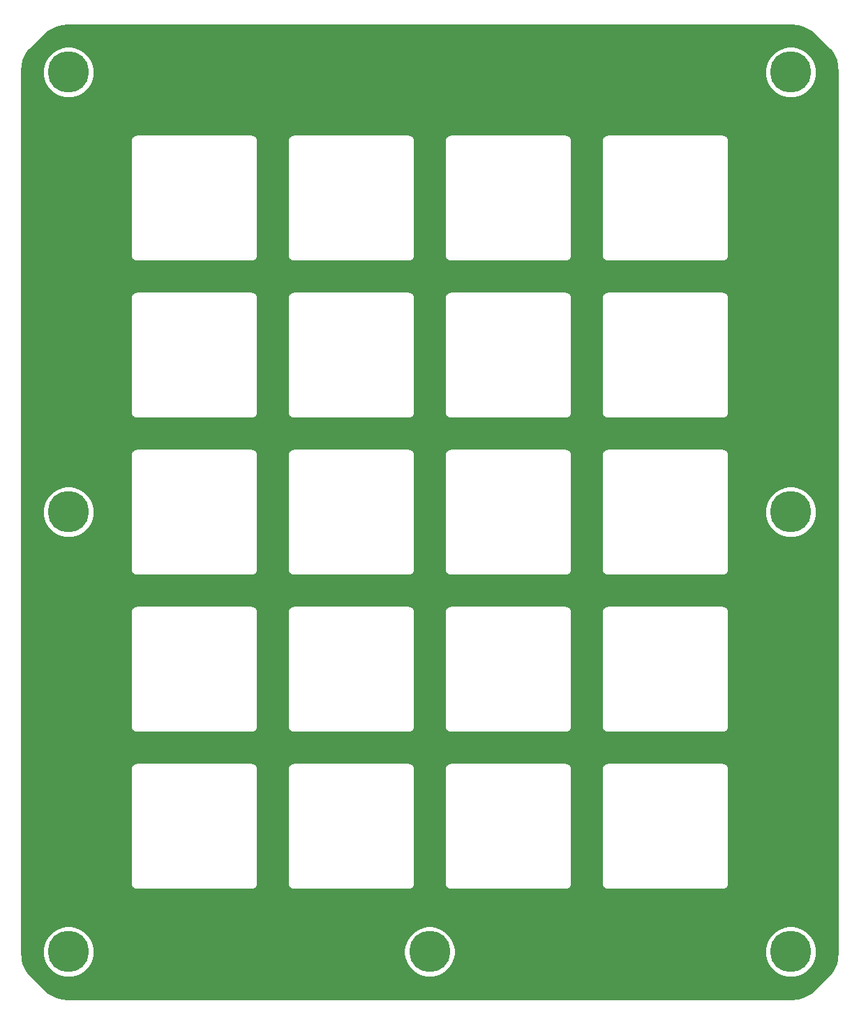
<source format=gbr>
G04 #@! TF.GenerationSoftware,KiCad,Pcbnew,(5.1.5)-3*
G04 #@! TF.CreationDate,2020-07-25T17:48:00-04:00*
G04 #@! TF.ProjectId,top-plate,746f702d-706c-4617-9465-2e6b69636164,rev?*
G04 #@! TF.SameCoordinates,Original*
G04 #@! TF.FileFunction,Copper,L1,Top*
G04 #@! TF.FilePolarity,Positive*
%FSLAX46Y46*%
G04 Gerber Fmt 4.6, Leading zero omitted, Abs format (unit mm)*
G04 Created by KiCad (PCBNEW (5.1.5)-3) date 2020-07-25 17:48:00*
%MOMM*%
%LPD*%
G04 APERTURE LIST*
%ADD10C,5.000000*%
%ADD11C,0.254000*%
G04 APERTURE END LIST*
D10*
X149225000Y-149860000D03*
X193040000Y-96520000D03*
X105410000Y-96520000D03*
X105410000Y-149860000D03*
X105410000Y-43180000D03*
X193040000Y-43180000D03*
X193040000Y-149860000D03*
D11*
G36*
X193929791Y-37562068D02*
G01*
X194488356Y-37696168D01*
X195504768Y-38204374D01*
X198015626Y-40715232D01*
X198523831Y-41731643D01*
X198657931Y-42290207D01*
X198730001Y-43205939D01*
X198730000Y-149834074D01*
X198657931Y-150749793D01*
X198523831Y-151308357D01*
X198015626Y-152324768D01*
X195504768Y-154835626D01*
X194488356Y-155343832D01*
X193929791Y-155477932D01*
X193014074Y-155550000D01*
X105435926Y-155550000D01*
X104520207Y-155477931D01*
X103961643Y-155343831D01*
X102945232Y-154835626D01*
X100434374Y-152324768D01*
X99926168Y-151308356D01*
X99792068Y-150749791D01*
X99720000Y-149834074D01*
X99720000Y-149551229D01*
X102275000Y-149551229D01*
X102275000Y-150168771D01*
X102395476Y-150774446D01*
X102631799Y-151344979D01*
X102974886Y-151858446D01*
X103411554Y-152295114D01*
X103925021Y-152638201D01*
X104495554Y-152874524D01*
X105101229Y-152995000D01*
X105718771Y-152995000D01*
X106324446Y-152874524D01*
X106894979Y-152638201D01*
X107408446Y-152295114D01*
X107845114Y-151858446D01*
X108188201Y-151344979D01*
X108424524Y-150774446D01*
X108545000Y-150168771D01*
X108545000Y-149551229D01*
X146090000Y-149551229D01*
X146090000Y-150168771D01*
X146210476Y-150774446D01*
X146446799Y-151344979D01*
X146789886Y-151858446D01*
X147226554Y-152295114D01*
X147740021Y-152638201D01*
X148310554Y-152874524D01*
X148916229Y-152995000D01*
X149533771Y-152995000D01*
X150139446Y-152874524D01*
X150709979Y-152638201D01*
X151223446Y-152295114D01*
X151660114Y-151858446D01*
X152003201Y-151344979D01*
X152239524Y-150774446D01*
X152360000Y-150168771D01*
X152360000Y-149551229D01*
X189905000Y-149551229D01*
X189905000Y-150168771D01*
X190025476Y-150774446D01*
X190261799Y-151344979D01*
X190604886Y-151858446D01*
X191041554Y-152295114D01*
X191555021Y-152638201D01*
X192125554Y-152874524D01*
X192731229Y-152995000D01*
X193348771Y-152995000D01*
X193954446Y-152874524D01*
X194524979Y-152638201D01*
X195038446Y-152295114D01*
X195475114Y-151858446D01*
X195818201Y-151344979D01*
X196054524Y-150774446D01*
X196175000Y-150168771D01*
X196175000Y-149551229D01*
X196054524Y-148945554D01*
X195818201Y-148375021D01*
X195475114Y-147861554D01*
X195038446Y-147424886D01*
X194524979Y-147081799D01*
X193954446Y-146845476D01*
X193348771Y-146725000D01*
X192731229Y-146725000D01*
X192125554Y-146845476D01*
X191555021Y-147081799D01*
X191041554Y-147424886D01*
X190604886Y-147861554D01*
X190261799Y-148375021D01*
X190025476Y-148945554D01*
X189905000Y-149551229D01*
X152360000Y-149551229D01*
X152239524Y-148945554D01*
X152003201Y-148375021D01*
X151660114Y-147861554D01*
X151223446Y-147424886D01*
X150709979Y-147081799D01*
X150139446Y-146845476D01*
X149533771Y-146725000D01*
X148916229Y-146725000D01*
X148310554Y-146845476D01*
X147740021Y-147081799D01*
X147226554Y-147424886D01*
X146789886Y-147861554D01*
X146446799Y-148375021D01*
X146210476Y-148945554D01*
X146090000Y-149551229D01*
X108545000Y-149551229D01*
X108424524Y-148945554D01*
X108188201Y-148375021D01*
X107845114Y-147861554D01*
X107408446Y-147424886D01*
X106894979Y-147081799D01*
X106324446Y-146845476D01*
X105718771Y-146725000D01*
X105101229Y-146725000D01*
X104495554Y-146845476D01*
X103925021Y-147081799D01*
X103411554Y-147424886D01*
X102974886Y-147861554D01*
X102631799Y-148375021D01*
X102395476Y-148945554D01*
X102275000Y-149551229D01*
X99720000Y-149551229D01*
X99720000Y-127620000D01*
X112951638Y-127620000D01*
X112955000Y-127654135D01*
X112955001Y-141585855D01*
X112951638Y-141620000D01*
X112965057Y-141756244D01*
X113004798Y-141887252D01*
X113069333Y-142007989D01*
X113156183Y-142113817D01*
X113262011Y-142200667D01*
X113382748Y-142265202D01*
X113513756Y-142304943D01*
X113615865Y-142315000D01*
X113615866Y-142315000D01*
X113650000Y-142318362D01*
X113684135Y-142315000D01*
X127615865Y-142315000D01*
X127650000Y-142318362D01*
X127684134Y-142315000D01*
X127684135Y-142315000D01*
X127786244Y-142304943D01*
X127917252Y-142265202D01*
X128037989Y-142200667D01*
X128143817Y-142113817D01*
X128230667Y-142007989D01*
X128295202Y-141887252D01*
X128334943Y-141756244D01*
X128348362Y-141620000D01*
X128345000Y-141585865D01*
X128345000Y-127654135D01*
X128348362Y-127620000D01*
X132001638Y-127620000D01*
X132005000Y-127654135D01*
X132005001Y-141585855D01*
X132001638Y-141620000D01*
X132015057Y-141756244D01*
X132054798Y-141887252D01*
X132119333Y-142007989D01*
X132206183Y-142113817D01*
X132312011Y-142200667D01*
X132432748Y-142265202D01*
X132563756Y-142304943D01*
X132665865Y-142315000D01*
X132665866Y-142315000D01*
X132700000Y-142318362D01*
X132734135Y-142315000D01*
X146665865Y-142315000D01*
X146700000Y-142318362D01*
X146734134Y-142315000D01*
X146734135Y-142315000D01*
X146836244Y-142304943D01*
X146967252Y-142265202D01*
X147087989Y-142200667D01*
X147193817Y-142113817D01*
X147280667Y-142007989D01*
X147345202Y-141887252D01*
X147384943Y-141756244D01*
X147398362Y-141620000D01*
X147395000Y-141585865D01*
X147395000Y-127654135D01*
X147398362Y-127620000D01*
X151051638Y-127620000D01*
X151055000Y-127654135D01*
X151055001Y-141585855D01*
X151051638Y-141620000D01*
X151065057Y-141756244D01*
X151104798Y-141887252D01*
X151169333Y-142007989D01*
X151256183Y-142113817D01*
X151362011Y-142200667D01*
X151482748Y-142265202D01*
X151613756Y-142304943D01*
X151715865Y-142315000D01*
X151715866Y-142315000D01*
X151750000Y-142318362D01*
X151784135Y-142315000D01*
X165715865Y-142315000D01*
X165750000Y-142318362D01*
X165784134Y-142315000D01*
X165784135Y-142315000D01*
X165886244Y-142304943D01*
X166017252Y-142265202D01*
X166137989Y-142200667D01*
X166243817Y-142113817D01*
X166330667Y-142007989D01*
X166395202Y-141887252D01*
X166434943Y-141756244D01*
X166448362Y-141620000D01*
X166445000Y-141585865D01*
X166445000Y-127654135D01*
X166448362Y-127620000D01*
X170101638Y-127620000D01*
X170105000Y-127654135D01*
X170105001Y-141585855D01*
X170101638Y-141620000D01*
X170115057Y-141756244D01*
X170154798Y-141887252D01*
X170219333Y-142007989D01*
X170306183Y-142113817D01*
X170412011Y-142200667D01*
X170532748Y-142265202D01*
X170663756Y-142304943D01*
X170765865Y-142315000D01*
X170765866Y-142315000D01*
X170800000Y-142318362D01*
X170834135Y-142315000D01*
X184765865Y-142315000D01*
X184800000Y-142318362D01*
X184834134Y-142315000D01*
X184834135Y-142315000D01*
X184936244Y-142304943D01*
X185067252Y-142265202D01*
X185187989Y-142200667D01*
X185293817Y-142113817D01*
X185380667Y-142007989D01*
X185445202Y-141887252D01*
X185484943Y-141756244D01*
X185498362Y-141620000D01*
X185495000Y-141585865D01*
X185495000Y-127654135D01*
X185498362Y-127620000D01*
X185484943Y-127483756D01*
X185445202Y-127352748D01*
X185380667Y-127232011D01*
X185293817Y-127126183D01*
X185187989Y-127039333D01*
X185067252Y-126974798D01*
X184936244Y-126935057D01*
X184834135Y-126925000D01*
X184800000Y-126921638D01*
X184765866Y-126925000D01*
X170834134Y-126925000D01*
X170800000Y-126921638D01*
X170765865Y-126925000D01*
X170663756Y-126935057D01*
X170532748Y-126974798D01*
X170412011Y-127039333D01*
X170306183Y-127126183D01*
X170219333Y-127232011D01*
X170154798Y-127352748D01*
X170115057Y-127483756D01*
X170101638Y-127620000D01*
X166448362Y-127620000D01*
X166434943Y-127483756D01*
X166395202Y-127352748D01*
X166330667Y-127232011D01*
X166243817Y-127126183D01*
X166137989Y-127039333D01*
X166017252Y-126974798D01*
X165886244Y-126935057D01*
X165784135Y-126925000D01*
X165750000Y-126921638D01*
X165715866Y-126925000D01*
X151784134Y-126925000D01*
X151750000Y-126921638D01*
X151715865Y-126925000D01*
X151613756Y-126935057D01*
X151482748Y-126974798D01*
X151362011Y-127039333D01*
X151256183Y-127126183D01*
X151169333Y-127232011D01*
X151104798Y-127352748D01*
X151065057Y-127483756D01*
X151051638Y-127620000D01*
X147398362Y-127620000D01*
X147384943Y-127483756D01*
X147345202Y-127352748D01*
X147280667Y-127232011D01*
X147193817Y-127126183D01*
X147087989Y-127039333D01*
X146967252Y-126974798D01*
X146836244Y-126935057D01*
X146734135Y-126925000D01*
X146700000Y-126921638D01*
X146665866Y-126925000D01*
X132734134Y-126925000D01*
X132700000Y-126921638D01*
X132665865Y-126925000D01*
X132563756Y-126935057D01*
X132432748Y-126974798D01*
X132312011Y-127039333D01*
X132206183Y-127126183D01*
X132119333Y-127232011D01*
X132054798Y-127352748D01*
X132015057Y-127483756D01*
X132001638Y-127620000D01*
X128348362Y-127620000D01*
X128334943Y-127483756D01*
X128295202Y-127352748D01*
X128230667Y-127232011D01*
X128143817Y-127126183D01*
X128037989Y-127039333D01*
X127917252Y-126974798D01*
X127786244Y-126935057D01*
X127684135Y-126925000D01*
X127650000Y-126921638D01*
X127615866Y-126925000D01*
X113684134Y-126925000D01*
X113650000Y-126921638D01*
X113615865Y-126925000D01*
X113513756Y-126935057D01*
X113382748Y-126974798D01*
X113262011Y-127039333D01*
X113156183Y-127126183D01*
X113069333Y-127232011D01*
X113004798Y-127352748D01*
X112965057Y-127483756D01*
X112951638Y-127620000D01*
X99720000Y-127620000D01*
X99720000Y-108570000D01*
X112951638Y-108570000D01*
X112955000Y-108604135D01*
X112955001Y-122535855D01*
X112951638Y-122570000D01*
X112965057Y-122706244D01*
X113004798Y-122837252D01*
X113069333Y-122957989D01*
X113156183Y-123063817D01*
X113262011Y-123150667D01*
X113382748Y-123215202D01*
X113513756Y-123254943D01*
X113615865Y-123265000D01*
X113615866Y-123265000D01*
X113650000Y-123268362D01*
X113684135Y-123265000D01*
X127615865Y-123265000D01*
X127650000Y-123268362D01*
X127684134Y-123265000D01*
X127684135Y-123265000D01*
X127786244Y-123254943D01*
X127917252Y-123215202D01*
X128037989Y-123150667D01*
X128143817Y-123063817D01*
X128230667Y-122957989D01*
X128295202Y-122837252D01*
X128334943Y-122706244D01*
X128348362Y-122570000D01*
X128345000Y-122535865D01*
X128345000Y-108604135D01*
X128348362Y-108570000D01*
X132001638Y-108570000D01*
X132005000Y-108604135D01*
X132005001Y-122535855D01*
X132001638Y-122570000D01*
X132015057Y-122706244D01*
X132054798Y-122837252D01*
X132119333Y-122957989D01*
X132206183Y-123063817D01*
X132312011Y-123150667D01*
X132432748Y-123215202D01*
X132563756Y-123254943D01*
X132665865Y-123265000D01*
X132665866Y-123265000D01*
X132700000Y-123268362D01*
X132734135Y-123265000D01*
X146665865Y-123265000D01*
X146700000Y-123268362D01*
X146734134Y-123265000D01*
X146734135Y-123265000D01*
X146836244Y-123254943D01*
X146967252Y-123215202D01*
X147087989Y-123150667D01*
X147193817Y-123063817D01*
X147280667Y-122957989D01*
X147345202Y-122837252D01*
X147384943Y-122706244D01*
X147398362Y-122570000D01*
X147395000Y-122535865D01*
X147395000Y-108604135D01*
X147398362Y-108570000D01*
X151051638Y-108570000D01*
X151055000Y-108604135D01*
X151055001Y-122535855D01*
X151051638Y-122570000D01*
X151065057Y-122706244D01*
X151104798Y-122837252D01*
X151169333Y-122957989D01*
X151256183Y-123063817D01*
X151362011Y-123150667D01*
X151482748Y-123215202D01*
X151613756Y-123254943D01*
X151715865Y-123265000D01*
X151715866Y-123265000D01*
X151750000Y-123268362D01*
X151784135Y-123265000D01*
X165715865Y-123265000D01*
X165750000Y-123268362D01*
X165784134Y-123265000D01*
X165784135Y-123265000D01*
X165886244Y-123254943D01*
X166017252Y-123215202D01*
X166137989Y-123150667D01*
X166243817Y-123063817D01*
X166330667Y-122957989D01*
X166395202Y-122837252D01*
X166434943Y-122706244D01*
X166448362Y-122570000D01*
X166445000Y-122535865D01*
X166445000Y-108604135D01*
X166448362Y-108570000D01*
X170101638Y-108570000D01*
X170105000Y-108604135D01*
X170105001Y-122535855D01*
X170101638Y-122570000D01*
X170115057Y-122706244D01*
X170154798Y-122837252D01*
X170219333Y-122957989D01*
X170306183Y-123063817D01*
X170412011Y-123150667D01*
X170532748Y-123215202D01*
X170663756Y-123254943D01*
X170765865Y-123265000D01*
X170765866Y-123265000D01*
X170800000Y-123268362D01*
X170834135Y-123265000D01*
X184765865Y-123265000D01*
X184800000Y-123268362D01*
X184834134Y-123265000D01*
X184834135Y-123265000D01*
X184936244Y-123254943D01*
X185067252Y-123215202D01*
X185187989Y-123150667D01*
X185293817Y-123063817D01*
X185380667Y-122957989D01*
X185445202Y-122837252D01*
X185484943Y-122706244D01*
X185498362Y-122570000D01*
X185495000Y-122535865D01*
X185495000Y-108604135D01*
X185498362Y-108570000D01*
X185484943Y-108433756D01*
X185445202Y-108302748D01*
X185380667Y-108182011D01*
X185293817Y-108076183D01*
X185187989Y-107989333D01*
X185067252Y-107924798D01*
X184936244Y-107885057D01*
X184834135Y-107875000D01*
X184800000Y-107871638D01*
X184765866Y-107875000D01*
X170834134Y-107875000D01*
X170800000Y-107871638D01*
X170765865Y-107875000D01*
X170663756Y-107885057D01*
X170532748Y-107924798D01*
X170412011Y-107989333D01*
X170306183Y-108076183D01*
X170219333Y-108182011D01*
X170154798Y-108302748D01*
X170115057Y-108433756D01*
X170101638Y-108570000D01*
X166448362Y-108570000D01*
X166434943Y-108433756D01*
X166395202Y-108302748D01*
X166330667Y-108182011D01*
X166243817Y-108076183D01*
X166137989Y-107989333D01*
X166017252Y-107924798D01*
X165886244Y-107885057D01*
X165784135Y-107875000D01*
X165750000Y-107871638D01*
X165715866Y-107875000D01*
X151784134Y-107875000D01*
X151750000Y-107871638D01*
X151715865Y-107875000D01*
X151613756Y-107885057D01*
X151482748Y-107924798D01*
X151362011Y-107989333D01*
X151256183Y-108076183D01*
X151169333Y-108182011D01*
X151104798Y-108302748D01*
X151065057Y-108433756D01*
X151051638Y-108570000D01*
X147398362Y-108570000D01*
X147384943Y-108433756D01*
X147345202Y-108302748D01*
X147280667Y-108182011D01*
X147193817Y-108076183D01*
X147087989Y-107989333D01*
X146967252Y-107924798D01*
X146836244Y-107885057D01*
X146734135Y-107875000D01*
X146700000Y-107871638D01*
X146665866Y-107875000D01*
X132734134Y-107875000D01*
X132700000Y-107871638D01*
X132665865Y-107875000D01*
X132563756Y-107885057D01*
X132432748Y-107924798D01*
X132312011Y-107989333D01*
X132206183Y-108076183D01*
X132119333Y-108182011D01*
X132054798Y-108302748D01*
X132015057Y-108433756D01*
X132001638Y-108570000D01*
X128348362Y-108570000D01*
X128334943Y-108433756D01*
X128295202Y-108302748D01*
X128230667Y-108182011D01*
X128143817Y-108076183D01*
X128037989Y-107989333D01*
X127917252Y-107924798D01*
X127786244Y-107885057D01*
X127684135Y-107875000D01*
X127650000Y-107871638D01*
X127615866Y-107875000D01*
X113684134Y-107875000D01*
X113650000Y-107871638D01*
X113615865Y-107875000D01*
X113513756Y-107885057D01*
X113382748Y-107924798D01*
X113262011Y-107989333D01*
X113156183Y-108076183D01*
X113069333Y-108182011D01*
X113004798Y-108302748D01*
X112965057Y-108433756D01*
X112951638Y-108570000D01*
X99720000Y-108570000D01*
X99720000Y-96211229D01*
X102275000Y-96211229D01*
X102275000Y-96828771D01*
X102395476Y-97434446D01*
X102631799Y-98004979D01*
X102974886Y-98518446D01*
X103411554Y-98955114D01*
X103925021Y-99298201D01*
X104495554Y-99534524D01*
X105101229Y-99655000D01*
X105718771Y-99655000D01*
X106324446Y-99534524D01*
X106894979Y-99298201D01*
X107408446Y-98955114D01*
X107845114Y-98518446D01*
X108188201Y-98004979D01*
X108424524Y-97434446D01*
X108545000Y-96828771D01*
X108545000Y-96211229D01*
X108424524Y-95605554D01*
X108188201Y-95035021D01*
X107845114Y-94521554D01*
X107408446Y-94084886D01*
X106894979Y-93741799D01*
X106324446Y-93505476D01*
X105718771Y-93385000D01*
X105101229Y-93385000D01*
X104495554Y-93505476D01*
X103925021Y-93741799D01*
X103411554Y-94084886D01*
X102974886Y-94521554D01*
X102631799Y-95035021D01*
X102395476Y-95605554D01*
X102275000Y-96211229D01*
X99720000Y-96211229D01*
X99720000Y-89520000D01*
X112951638Y-89520000D01*
X112955000Y-89554135D01*
X112955001Y-103485855D01*
X112951638Y-103520000D01*
X112965057Y-103656244D01*
X113004798Y-103787252D01*
X113069333Y-103907989D01*
X113156183Y-104013817D01*
X113262011Y-104100667D01*
X113382748Y-104165202D01*
X113513756Y-104204943D01*
X113615865Y-104215000D01*
X113615866Y-104215000D01*
X113650000Y-104218362D01*
X113684135Y-104215000D01*
X127615865Y-104215000D01*
X127650000Y-104218362D01*
X127684134Y-104215000D01*
X127684135Y-104215000D01*
X127786244Y-104204943D01*
X127917252Y-104165202D01*
X128037989Y-104100667D01*
X128143817Y-104013817D01*
X128230667Y-103907989D01*
X128295202Y-103787252D01*
X128334943Y-103656244D01*
X128348362Y-103520000D01*
X128345000Y-103485865D01*
X128345000Y-89554135D01*
X128348362Y-89520000D01*
X132001638Y-89520000D01*
X132005000Y-89554135D01*
X132005001Y-103485855D01*
X132001638Y-103520000D01*
X132015057Y-103656244D01*
X132054798Y-103787252D01*
X132119333Y-103907989D01*
X132206183Y-104013817D01*
X132312011Y-104100667D01*
X132432748Y-104165202D01*
X132563756Y-104204943D01*
X132665865Y-104215000D01*
X132665866Y-104215000D01*
X132700000Y-104218362D01*
X132734135Y-104215000D01*
X146665865Y-104215000D01*
X146700000Y-104218362D01*
X146734134Y-104215000D01*
X146734135Y-104215000D01*
X146836244Y-104204943D01*
X146967252Y-104165202D01*
X147087989Y-104100667D01*
X147193817Y-104013817D01*
X147280667Y-103907989D01*
X147345202Y-103787252D01*
X147384943Y-103656244D01*
X147398362Y-103520000D01*
X147395000Y-103485865D01*
X147395000Y-89554135D01*
X147398362Y-89520000D01*
X151051638Y-89520000D01*
X151055000Y-89554135D01*
X151055001Y-103485855D01*
X151051638Y-103520000D01*
X151065057Y-103656244D01*
X151104798Y-103787252D01*
X151169333Y-103907989D01*
X151256183Y-104013817D01*
X151362011Y-104100667D01*
X151482748Y-104165202D01*
X151613756Y-104204943D01*
X151715865Y-104215000D01*
X151715866Y-104215000D01*
X151750000Y-104218362D01*
X151784135Y-104215000D01*
X165715865Y-104215000D01*
X165750000Y-104218362D01*
X165784134Y-104215000D01*
X165784135Y-104215000D01*
X165886244Y-104204943D01*
X166017252Y-104165202D01*
X166137989Y-104100667D01*
X166243817Y-104013817D01*
X166330667Y-103907989D01*
X166395202Y-103787252D01*
X166434943Y-103656244D01*
X166448362Y-103520000D01*
X166445000Y-103485865D01*
X166445000Y-89554135D01*
X166448362Y-89520000D01*
X170101638Y-89520000D01*
X170105000Y-89554135D01*
X170105001Y-103485855D01*
X170101638Y-103520000D01*
X170115057Y-103656244D01*
X170154798Y-103787252D01*
X170219333Y-103907989D01*
X170306183Y-104013817D01*
X170412011Y-104100667D01*
X170532748Y-104165202D01*
X170663756Y-104204943D01*
X170765865Y-104215000D01*
X170765866Y-104215000D01*
X170800000Y-104218362D01*
X170834135Y-104215000D01*
X184765865Y-104215000D01*
X184800000Y-104218362D01*
X184834134Y-104215000D01*
X184834135Y-104215000D01*
X184936244Y-104204943D01*
X185067252Y-104165202D01*
X185187989Y-104100667D01*
X185293817Y-104013817D01*
X185380667Y-103907989D01*
X185445202Y-103787252D01*
X185484943Y-103656244D01*
X185498362Y-103520000D01*
X185495000Y-103485865D01*
X185495000Y-96211229D01*
X189905000Y-96211229D01*
X189905000Y-96828771D01*
X190025476Y-97434446D01*
X190261799Y-98004979D01*
X190604886Y-98518446D01*
X191041554Y-98955114D01*
X191555021Y-99298201D01*
X192125554Y-99534524D01*
X192731229Y-99655000D01*
X193348771Y-99655000D01*
X193954446Y-99534524D01*
X194524979Y-99298201D01*
X195038446Y-98955114D01*
X195475114Y-98518446D01*
X195818201Y-98004979D01*
X196054524Y-97434446D01*
X196175000Y-96828771D01*
X196175000Y-96211229D01*
X196054524Y-95605554D01*
X195818201Y-95035021D01*
X195475114Y-94521554D01*
X195038446Y-94084886D01*
X194524979Y-93741799D01*
X193954446Y-93505476D01*
X193348771Y-93385000D01*
X192731229Y-93385000D01*
X192125554Y-93505476D01*
X191555021Y-93741799D01*
X191041554Y-94084886D01*
X190604886Y-94521554D01*
X190261799Y-95035021D01*
X190025476Y-95605554D01*
X189905000Y-96211229D01*
X185495000Y-96211229D01*
X185495000Y-89554135D01*
X185498362Y-89520000D01*
X185484943Y-89383756D01*
X185445202Y-89252748D01*
X185380667Y-89132011D01*
X185293817Y-89026183D01*
X185187989Y-88939333D01*
X185067252Y-88874798D01*
X184936244Y-88835057D01*
X184834135Y-88825000D01*
X184800000Y-88821638D01*
X184765866Y-88825000D01*
X170834134Y-88825000D01*
X170800000Y-88821638D01*
X170765865Y-88825000D01*
X170663756Y-88835057D01*
X170532748Y-88874798D01*
X170412011Y-88939333D01*
X170306183Y-89026183D01*
X170219333Y-89132011D01*
X170154798Y-89252748D01*
X170115057Y-89383756D01*
X170101638Y-89520000D01*
X166448362Y-89520000D01*
X166434943Y-89383756D01*
X166395202Y-89252748D01*
X166330667Y-89132011D01*
X166243817Y-89026183D01*
X166137989Y-88939333D01*
X166017252Y-88874798D01*
X165886244Y-88835057D01*
X165784135Y-88825000D01*
X165750000Y-88821638D01*
X165715866Y-88825000D01*
X151784134Y-88825000D01*
X151750000Y-88821638D01*
X151715865Y-88825000D01*
X151613756Y-88835057D01*
X151482748Y-88874798D01*
X151362011Y-88939333D01*
X151256183Y-89026183D01*
X151169333Y-89132011D01*
X151104798Y-89252748D01*
X151065057Y-89383756D01*
X151051638Y-89520000D01*
X147398362Y-89520000D01*
X147384943Y-89383756D01*
X147345202Y-89252748D01*
X147280667Y-89132011D01*
X147193817Y-89026183D01*
X147087989Y-88939333D01*
X146967252Y-88874798D01*
X146836244Y-88835057D01*
X146734135Y-88825000D01*
X146700000Y-88821638D01*
X146665866Y-88825000D01*
X132734134Y-88825000D01*
X132700000Y-88821638D01*
X132665865Y-88825000D01*
X132563756Y-88835057D01*
X132432748Y-88874798D01*
X132312011Y-88939333D01*
X132206183Y-89026183D01*
X132119333Y-89132011D01*
X132054798Y-89252748D01*
X132015057Y-89383756D01*
X132001638Y-89520000D01*
X128348362Y-89520000D01*
X128334943Y-89383756D01*
X128295202Y-89252748D01*
X128230667Y-89132011D01*
X128143817Y-89026183D01*
X128037989Y-88939333D01*
X127917252Y-88874798D01*
X127786244Y-88835057D01*
X127684135Y-88825000D01*
X127650000Y-88821638D01*
X127615866Y-88825000D01*
X113684134Y-88825000D01*
X113650000Y-88821638D01*
X113615865Y-88825000D01*
X113513756Y-88835057D01*
X113382748Y-88874798D01*
X113262011Y-88939333D01*
X113156183Y-89026183D01*
X113069333Y-89132011D01*
X113004798Y-89252748D01*
X112965057Y-89383756D01*
X112951638Y-89520000D01*
X99720000Y-89520000D01*
X99720000Y-70470000D01*
X112951638Y-70470000D01*
X112955000Y-70504135D01*
X112955001Y-84435855D01*
X112951638Y-84470000D01*
X112965057Y-84606244D01*
X113004798Y-84737252D01*
X113069333Y-84857989D01*
X113156183Y-84963817D01*
X113262011Y-85050667D01*
X113382748Y-85115202D01*
X113513756Y-85154943D01*
X113615865Y-85165000D01*
X113615866Y-85165000D01*
X113650000Y-85168362D01*
X113684135Y-85165000D01*
X127615865Y-85165000D01*
X127650000Y-85168362D01*
X127684134Y-85165000D01*
X127684135Y-85165000D01*
X127786244Y-85154943D01*
X127917252Y-85115202D01*
X128037989Y-85050667D01*
X128143817Y-84963817D01*
X128230667Y-84857989D01*
X128295202Y-84737252D01*
X128334943Y-84606244D01*
X128348362Y-84470000D01*
X128345000Y-84435865D01*
X128345000Y-70504135D01*
X128348362Y-70470000D01*
X132001638Y-70470000D01*
X132005000Y-70504135D01*
X132005001Y-84435855D01*
X132001638Y-84470000D01*
X132015057Y-84606244D01*
X132054798Y-84737252D01*
X132119333Y-84857989D01*
X132206183Y-84963817D01*
X132312011Y-85050667D01*
X132432748Y-85115202D01*
X132563756Y-85154943D01*
X132665865Y-85165000D01*
X132665866Y-85165000D01*
X132700000Y-85168362D01*
X132734135Y-85165000D01*
X146665865Y-85165000D01*
X146700000Y-85168362D01*
X146734134Y-85165000D01*
X146734135Y-85165000D01*
X146836244Y-85154943D01*
X146967252Y-85115202D01*
X147087989Y-85050667D01*
X147193817Y-84963817D01*
X147280667Y-84857989D01*
X147345202Y-84737252D01*
X147384943Y-84606244D01*
X147398362Y-84470000D01*
X147395000Y-84435865D01*
X147395000Y-70504135D01*
X147398362Y-70470000D01*
X151051638Y-70470000D01*
X151055000Y-70504135D01*
X151055001Y-84435855D01*
X151051638Y-84470000D01*
X151065057Y-84606244D01*
X151104798Y-84737252D01*
X151169333Y-84857989D01*
X151256183Y-84963817D01*
X151362011Y-85050667D01*
X151482748Y-85115202D01*
X151613756Y-85154943D01*
X151715865Y-85165000D01*
X151715866Y-85165000D01*
X151750000Y-85168362D01*
X151784135Y-85165000D01*
X165715865Y-85165000D01*
X165750000Y-85168362D01*
X165784134Y-85165000D01*
X165784135Y-85165000D01*
X165886244Y-85154943D01*
X166017252Y-85115202D01*
X166137989Y-85050667D01*
X166243817Y-84963817D01*
X166330667Y-84857989D01*
X166395202Y-84737252D01*
X166434943Y-84606244D01*
X166448362Y-84470000D01*
X166445000Y-84435865D01*
X166445000Y-70504135D01*
X166448362Y-70470000D01*
X170101638Y-70470000D01*
X170105000Y-70504135D01*
X170105001Y-84435855D01*
X170101638Y-84470000D01*
X170115057Y-84606244D01*
X170154798Y-84737252D01*
X170219333Y-84857989D01*
X170306183Y-84963817D01*
X170412011Y-85050667D01*
X170532748Y-85115202D01*
X170663756Y-85154943D01*
X170765865Y-85165000D01*
X170765866Y-85165000D01*
X170800000Y-85168362D01*
X170834135Y-85165000D01*
X184765865Y-85165000D01*
X184800000Y-85168362D01*
X184834134Y-85165000D01*
X184834135Y-85165000D01*
X184936244Y-85154943D01*
X185067252Y-85115202D01*
X185187989Y-85050667D01*
X185293817Y-84963817D01*
X185380667Y-84857989D01*
X185445202Y-84737252D01*
X185484943Y-84606244D01*
X185498362Y-84470000D01*
X185495000Y-84435865D01*
X185495000Y-70504135D01*
X185498362Y-70470000D01*
X185484943Y-70333756D01*
X185445202Y-70202748D01*
X185380667Y-70082011D01*
X185293817Y-69976183D01*
X185187989Y-69889333D01*
X185067252Y-69824798D01*
X184936244Y-69785057D01*
X184834135Y-69775000D01*
X184800000Y-69771638D01*
X184765866Y-69775000D01*
X170834134Y-69775000D01*
X170800000Y-69771638D01*
X170765865Y-69775000D01*
X170663756Y-69785057D01*
X170532748Y-69824798D01*
X170412011Y-69889333D01*
X170306183Y-69976183D01*
X170219333Y-70082011D01*
X170154798Y-70202748D01*
X170115057Y-70333756D01*
X170101638Y-70470000D01*
X166448362Y-70470000D01*
X166434943Y-70333756D01*
X166395202Y-70202748D01*
X166330667Y-70082011D01*
X166243817Y-69976183D01*
X166137989Y-69889333D01*
X166017252Y-69824798D01*
X165886244Y-69785057D01*
X165784135Y-69775000D01*
X165750000Y-69771638D01*
X165715866Y-69775000D01*
X151784134Y-69775000D01*
X151750000Y-69771638D01*
X151715865Y-69775000D01*
X151613756Y-69785057D01*
X151482748Y-69824798D01*
X151362011Y-69889333D01*
X151256183Y-69976183D01*
X151169333Y-70082011D01*
X151104798Y-70202748D01*
X151065057Y-70333756D01*
X151051638Y-70470000D01*
X147398362Y-70470000D01*
X147384943Y-70333756D01*
X147345202Y-70202748D01*
X147280667Y-70082011D01*
X147193817Y-69976183D01*
X147087989Y-69889333D01*
X146967252Y-69824798D01*
X146836244Y-69785057D01*
X146734135Y-69775000D01*
X146700000Y-69771638D01*
X146665866Y-69775000D01*
X132734134Y-69775000D01*
X132700000Y-69771638D01*
X132665865Y-69775000D01*
X132563756Y-69785057D01*
X132432748Y-69824798D01*
X132312011Y-69889333D01*
X132206183Y-69976183D01*
X132119333Y-70082011D01*
X132054798Y-70202748D01*
X132015057Y-70333756D01*
X132001638Y-70470000D01*
X128348362Y-70470000D01*
X128334943Y-70333756D01*
X128295202Y-70202748D01*
X128230667Y-70082011D01*
X128143817Y-69976183D01*
X128037989Y-69889333D01*
X127917252Y-69824798D01*
X127786244Y-69785057D01*
X127684135Y-69775000D01*
X127650000Y-69771638D01*
X127615866Y-69775000D01*
X113684134Y-69775000D01*
X113650000Y-69771638D01*
X113615865Y-69775000D01*
X113513756Y-69785057D01*
X113382748Y-69824798D01*
X113262011Y-69889333D01*
X113156183Y-69976183D01*
X113069333Y-70082011D01*
X113004798Y-70202748D01*
X112965057Y-70333756D01*
X112951638Y-70470000D01*
X99720000Y-70470000D01*
X99720000Y-51420000D01*
X112951638Y-51420000D01*
X112955000Y-51454135D01*
X112955001Y-65385855D01*
X112951638Y-65420000D01*
X112965057Y-65556244D01*
X113004798Y-65687252D01*
X113069333Y-65807989D01*
X113156183Y-65913817D01*
X113262011Y-66000667D01*
X113382748Y-66065202D01*
X113513756Y-66104943D01*
X113615865Y-66115000D01*
X113615866Y-66115000D01*
X113650000Y-66118362D01*
X113684135Y-66115000D01*
X127615865Y-66115000D01*
X127650000Y-66118362D01*
X127684134Y-66115000D01*
X127684135Y-66115000D01*
X127786244Y-66104943D01*
X127917252Y-66065202D01*
X128037989Y-66000667D01*
X128143817Y-65913817D01*
X128230667Y-65807989D01*
X128295202Y-65687252D01*
X128334943Y-65556244D01*
X128348362Y-65420000D01*
X128345000Y-65385865D01*
X128345000Y-51454135D01*
X128348362Y-51420000D01*
X132001638Y-51420000D01*
X132005000Y-51454135D01*
X132005001Y-65385855D01*
X132001638Y-65420000D01*
X132015057Y-65556244D01*
X132054798Y-65687252D01*
X132119333Y-65807989D01*
X132206183Y-65913817D01*
X132312011Y-66000667D01*
X132432748Y-66065202D01*
X132563756Y-66104943D01*
X132665865Y-66115000D01*
X132665866Y-66115000D01*
X132700000Y-66118362D01*
X132734135Y-66115000D01*
X146665865Y-66115000D01*
X146700000Y-66118362D01*
X146734134Y-66115000D01*
X146734135Y-66115000D01*
X146836244Y-66104943D01*
X146967252Y-66065202D01*
X147087989Y-66000667D01*
X147193817Y-65913817D01*
X147280667Y-65807989D01*
X147345202Y-65687252D01*
X147384943Y-65556244D01*
X147398362Y-65420000D01*
X147395000Y-65385865D01*
X147395000Y-51454135D01*
X147398362Y-51420000D01*
X151051638Y-51420000D01*
X151055000Y-51454135D01*
X151055001Y-65385855D01*
X151051638Y-65420000D01*
X151065057Y-65556244D01*
X151104798Y-65687252D01*
X151169333Y-65807989D01*
X151256183Y-65913817D01*
X151362011Y-66000667D01*
X151482748Y-66065202D01*
X151613756Y-66104943D01*
X151715865Y-66115000D01*
X151715866Y-66115000D01*
X151750000Y-66118362D01*
X151784135Y-66115000D01*
X165715865Y-66115000D01*
X165750000Y-66118362D01*
X165784134Y-66115000D01*
X165784135Y-66115000D01*
X165886244Y-66104943D01*
X166017252Y-66065202D01*
X166137989Y-66000667D01*
X166243817Y-65913817D01*
X166330667Y-65807989D01*
X166395202Y-65687252D01*
X166434943Y-65556244D01*
X166448362Y-65420000D01*
X166445000Y-65385865D01*
X166445000Y-51454135D01*
X166448362Y-51420000D01*
X170101638Y-51420000D01*
X170105000Y-51454135D01*
X170105001Y-65385855D01*
X170101638Y-65420000D01*
X170115057Y-65556244D01*
X170154798Y-65687252D01*
X170219333Y-65807989D01*
X170306183Y-65913817D01*
X170412011Y-66000667D01*
X170532748Y-66065202D01*
X170663756Y-66104943D01*
X170765865Y-66115000D01*
X170765866Y-66115000D01*
X170800000Y-66118362D01*
X170834135Y-66115000D01*
X184765865Y-66115000D01*
X184800000Y-66118362D01*
X184834134Y-66115000D01*
X184834135Y-66115000D01*
X184936244Y-66104943D01*
X185067252Y-66065202D01*
X185187989Y-66000667D01*
X185293817Y-65913817D01*
X185380667Y-65807989D01*
X185445202Y-65687252D01*
X185484943Y-65556244D01*
X185498362Y-65420000D01*
X185495000Y-65385865D01*
X185495000Y-51454135D01*
X185498362Y-51420000D01*
X185484943Y-51283756D01*
X185445202Y-51152748D01*
X185380667Y-51032011D01*
X185293817Y-50926183D01*
X185187989Y-50839333D01*
X185067252Y-50774798D01*
X184936244Y-50735057D01*
X184834135Y-50725000D01*
X184800000Y-50721638D01*
X184765866Y-50725000D01*
X170834134Y-50725000D01*
X170800000Y-50721638D01*
X170765865Y-50725000D01*
X170663756Y-50735057D01*
X170532748Y-50774798D01*
X170412011Y-50839333D01*
X170306183Y-50926183D01*
X170219333Y-51032011D01*
X170154798Y-51152748D01*
X170115057Y-51283756D01*
X170101638Y-51420000D01*
X166448362Y-51420000D01*
X166434943Y-51283756D01*
X166395202Y-51152748D01*
X166330667Y-51032011D01*
X166243817Y-50926183D01*
X166137989Y-50839333D01*
X166017252Y-50774798D01*
X165886244Y-50735057D01*
X165784135Y-50725000D01*
X165750000Y-50721638D01*
X165715866Y-50725000D01*
X151784134Y-50725000D01*
X151750000Y-50721638D01*
X151715865Y-50725000D01*
X151613756Y-50735057D01*
X151482748Y-50774798D01*
X151362011Y-50839333D01*
X151256183Y-50926183D01*
X151169333Y-51032011D01*
X151104798Y-51152748D01*
X151065057Y-51283756D01*
X151051638Y-51420000D01*
X147398362Y-51420000D01*
X147384943Y-51283756D01*
X147345202Y-51152748D01*
X147280667Y-51032011D01*
X147193817Y-50926183D01*
X147087989Y-50839333D01*
X146967252Y-50774798D01*
X146836244Y-50735057D01*
X146734135Y-50725000D01*
X146700000Y-50721638D01*
X146665866Y-50725000D01*
X132734134Y-50725000D01*
X132700000Y-50721638D01*
X132665865Y-50725000D01*
X132563756Y-50735057D01*
X132432748Y-50774798D01*
X132312011Y-50839333D01*
X132206183Y-50926183D01*
X132119333Y-51032011D01*
X132054798Y-51152748D01*
X132015057Y-51283756D01*
X132001638Y-51420000D01*
X128348362Y-51420000D01*
X128334943Y-51283756D01*
X128295202Y-51152748D01*
X128230667Y-51032011D01*
X128143817Y-50926183D01*
X128037989Y-50839333D01*
X127917252Y-50774798D01*
X127786244Y-50735057D01*
X127684135Y-50725000D01*
X127650000Y-50721638D01*
X127615866Y-50725000D01*
X113684134Y-50725000D01*
X113650000Y-50721638D01*
X113615865Y-50725000D01*
X113513756Y-50735057D01*
X113382748Y-50774798D01*
X113262011Y-50839333D01*
X113156183Y-50926183D01*
X113069333Y-51032011D01*
X113004798Y-51152748D01*
X112965057Y-51283756D01*
X112951638Y-51420000D01*
X99720000Y-51420000D01*
X99720000Y-43205926D01*
X99746341Y-42871229D01*
X102275000Y-42871229D01*
X102275000Y-43488771D01*
X102395476Y-44094446D01*
X102631799Y-44664979D01*
X102974886Y-45178446D01*
X103411554Y-45615114D01*
X103925021Y-45958201D01*
X104495554Y-46194524D01*
X105101229Y-46315000D01*
X105718771Y-46315000D01*
X106324446Y-46194524D01*
X106894979Y-45958201D01*
X107408446Y-45615114D01*
X107845114Y-45178446D01*
X108188201Y-44664979D01*
X108424524Y-44094446D01*
X108545000Y-43488771D01*
X108545000Y-42871229D01*
X189905000Y-42871229D01*
X189905000Y-43488771D01*
X190025476Y-44094446D01*
X190261799Y-44664979D01*
X190604886Y-45178446D01*
X191041554Y-45615114D01*
X191555021Y-45958201D01*
X192125554Y-46194524D01*
X192731229Y-46315000D01*
X193348771Y-46315000D01*
X193954446Y-46194524D01*
X194524979Y-45958201D01*
X195038446Y-45615114D01*
X195475114Y-45178446D01*
X195818201Y-44664979D01*
X196054524Y-44094446D01*
X196175000Y-43488771D01*
X196175000Y-42871229D01*
X196054524Y-42265554D01*
X195818201Y-41695021D01*
X195475114Y-41181554D01*
X195038446Y-40744886D01*
X194524979Y-40401799D01*
X193954446Y-40165476D01*
X193348771Y-40045000D01*
X192731229Y-40045000D01*
X192125554Y-40165476D01*
X191555021Y-40401799D01*
X191041554Y-40744886D01*
X190604886Y-41181554D01*
X190261799Y-41695021D01*
X190025476Y-42265554D01*
X189905000Y-42871229D01*
X108545000Y-42871229D01*
X108424524Y-42265554D01*
X108188201Y-41695021D01*
X107845114Y-41181554D01*
X107408446Y-40744886D01*
X106894979Y-40401799D01*
X106324446Y-40165476D01*
X105718771Y-40045000D01*
X105101229Y-40045000D01*
X104495554Y-40165476D01*
X103925021Y-40401799D01*
X103411554Y-40744886D01*
X102974886Y-41181554D01*
X102631799Y-41695021D01*
X102395476Y-42265554D01*
X102275000Y-42871229D01*
X99746341Y-42871229D01*
X99792068Y-42290209D01*
X99926168Y-41731644D01*
X100434374Y-40715232D01*
X102945232Y-38204374D01*
X103961643Y-37696169D01*
X104520207Y-37562069D01*
X105435926Y-37490000D01*
X193014074Y-37490000D01*
X193929791Y-37562068D01*
G37*
X193929791Y-37562068D02*
X194488356Y-37696168D01*
X195504768Y-38204374D01*
X198015626Y-40715232D01*
X198523831Y-41731643D01*
X198657931Y-42290207D01*
X198730001Y-43205939D01*
X198730000Y-149834074D01*
X198657931Y-150749793D01*
X198523831Y-151308357D01*
X198015626Y-152324768D01*
X195504768Y-154835626D01*
X194488356Y-155343832D01*
X193929791Y-155477932D01*
X193014074Y-155550000D01*
X105435926Y-155550000D01*
X104520207Y-155477931D01*
X103961643Y-155343831D01*
X102945232Y-154835626D01*
X100434374Y-152324768D01*
X99926168Y-151308356D01*
X99792068Y-150749791D01*
X99720000Y-149834074D01*
X99720000Y-149551229D01*
X102275000Y-149551229D01*
X102275000Y-150168771D01*
X102395476Y-150774446D01*
X102631799Y-151344979D01*
X102974886Y-151858446D01*
X103411554Y-152295114D01*
X103925021Y-152638201D01*
X104495554Y-152874524D01*
X105101229Y-152995000D01*
X105718771Y-152995000D01*
X106324446Y-152874524D01*
X106894979Y-152638201D01*
X107408446Y-152295114D01*
X107845114Y-151858446D01*
X108188201Y-151344979D01*
X108424524Y-150774446D01*
X108545000Y-150168771D01*
X108545000Y-149551229D01*
X146090000Y-149551229D01*
X146090000Y-150168771D01*
X146210476Y-150774446D01*
X146446799Y-151344979D01*
X146789886Y-151858446D01*
X147226554Y-152295114D01*
X147740021Y-152638201D01*
X148310554Y-152874524D01*
X148916229Y-152995000D01*
X149533771Y-152995000D01*
X150139446Y-152874524D01*
X150709979Y-152638201D01*
X151223446Y-152295114D01*
X151660114Y-151858446D01*
X152003201Y-151344979D01*
X152239524Y-150774446D01*
X152360000Y-150168771D01*
X152360000Y-149551229D01*
X189905000Y-149551229D01*
X189905000Y-150168771D01*
X190025476Y-150774446D01*
X190261799Y-151344979D01*
X190604886Y-151858446D01*
X191041554Y-152295114D01*
X191555021Y-152638201D01*
X192125554Y-152874524D01*
X192731229Y-152995000D01*
X193348771Y-152995000D01*
X193954446Y-152874524D01*
X194524979Y-152638201D01*
X195038446Y-152295114D01*
X195475114Y-151858446D01*
X195818201Y-151344979D01*
X196054524Y-150774446D01*
X196175000Y-150168771D01*
X196175000Y-149551229D01*
X196054524Y-148945554D01*
X195818201Y-148375021D01*
X195475114Y-147861554D01*
X195038446Y-147424886D01*
X194524979Y-147081799D01*
X193954446Y-146845476D01*
X193348771Y-146725000D01*
X192731229Y-146725000D01*
X192125554Y-146845476D01*
X191555021Y-147081799D01*
X191041554Y-147424886D01*
X190604886Y-147861554D01*
X190261799Y-148375021D01*
X190025476Y-148945554D01*
X189905000Y-149551229D01*
X152360000Y-149551229D01*
X152239524Y-148945554D01*
X152003201Y-148375021D01*
X151660114Y-147861554D01*
X151223446Y-147424886D01*
X150709979Y-147081799D01*
X150139446Y-146845476D01*
X149533771Y-146725000D01*
X148916229Y-146725000D01*
X148310554Y-146845476D01*
X147740021Y-147081799D01*
X147226554Y-147424886D01*
X146789886Y-147861554D01*
X146446799Y-148375021D01*
X146210476Y-148945554D01*
X146090000Y-149551229D01*
X108545000Y-149551229D01*
X108424524Y-148945554D01*
X108188201Y-148375021D01*
X107845114Y-147861554D01*
X107408446Y-147424886D01*
X106894979Y-147081799D01*
X106324446Y-146845476D01*
X105718771Y-146725000D01*
X105101229Y-146725000D01*
X104495554Y-146845476D01*
X103925021Y-147081799D01*
X103411554Y-147424886D01*
X102974886Y-147861554D01*
X102631799Y-148375021D01*
X102395476Y-148945554D01*
X102275000Y-149551229D01*
X99720000Y-149551229D01*
X99720000Y-127620000D01*
X112951638Y-127620000D01*
X112955000Y-127654135D01*
X112955001Y-141585855D01*
X112951638Y-141620000D01*
X112965057Y-141756244D01*
X113004798Y-141887252D01*
X113069333Y-142007989D01*
X113156183Y-142113817D01*
X113262011Y-142200667D01*
X113382748Y-142265202D01*
X113513756Y-142304943D01*
X113615865Y-142315000D01*
X113615866Y-142315000D01*
X113650000Y-142318362D01*
X113684135Y-142315000D01*
X127615865Y-142315000D01*
X127650000Y-142318362D01*
X127684134Y-142315000D01*
X127684135Y-142315000D01*
X127786244Y-142304943D01*
X127917252Y-142265202D01*
X128037989Y-142200667D01*
X128143817Y-142113817D01*
X128230667Y-142007989D01*
X128295202Y-141887252D01*
X128334943Y-141756244D01*
X128348362Y-141620000D01*
X128345000Y-141585865D01*
X128345000Y-127654135D01*
X128348362Y-127620000D01*
X132001638Y-127620000D01*
X132005000Y-127654135D01*
X132005001Y-141585855D01*
X132001638Y-141620000D01*
X132015057Y-141756244D01*
X132054798Y-141887252D01*
X132119333Y-142007989D01*
X132206183Y-142113817D01*
X132312011Y-142200667D01*
X132432748Y-142265202D01*
X132563756Y-142304943D01*
X132665865Y-142315000D01*
X132665866Y-142315000D01*
X132700000Y-142318362D01*
X132734135Y-142315000D01*
X146665865Y-142315000D01*
X146700000Y-142318362D01*
X146734134Y-142315000D01*
X146734135Y-142315000D01*
X146836244Y-142304943D01*
X146967252Y-142265202D01*
X147087989Y-142200667D01*
X147193817Y-142113817D01*
X147280667Y-142007989D01*
X147345202Y-141887252D01*
X147384943Y-141756244D01*
X147398362Y-141620000D01*
X147395000Y-141585865D01*
X147395000Y-127654135D01*
X147398362Y-127620000D01*
X151051638Y-127620000D01*
X151055000Y-127654135D01*
X151055001Y-141585855D01*
X151051638Y-141620000D01*
X151065057Y-141756244D01*
X151104798Y-141887252D01*
X151169333Y-142007989D01*
X151256183Y-142113817D01*
X151362011Y-142200667D01*
X151482748Y-142265202D01*
X151613756Y-142304943D01*
X151715865Y-142315000D01*
X151715866Y-142315000D01*
X151750000Y-142318362D01*
X151784135Y-142315000D01*
X165715865Y-142315000D01*
X165750000Y-142318362D01*
X165784134Y-142315000D01*
X165784135Y-142315000D01*
X165886244Y-142304943D01*
X166017252Y-142265202D01*
X166137989Y-142200667D01*
X166243817Y-142113817D01*
X166330667Y-142007989D01*
X166395202Y-141887252D01*
X166434943Y-141756244D01*
X166448362Y-141620000D01*
X166445000Y-141585865D01*
X166445000Y-127654135D01*
X166448362Y-127620000D01*
X170101638Y-127620000D01*
X170105000Y-127654135D01*
X170105001Y-141585855D01*
X170101638Y-141620000D01*
X170115057Y-141756244D01*
X170154798Y-141887252D01*
X170219333Y-142007989D01*
X170306183Y-142113817D01*
X170412011Y-142200667D01*
X170532748Y-142265202D01*
X170663756Y-142304943D01*
X170765865Y-142315000D01*
X170765866Y-142315000D01*
X170800000Y-142318362D01*
X170834135Y-142315000D01*
X184765865Y-142315000D01*
X184800000Y-142318362D01*
X184834134Y-142315000D01*
X184834135Y-142315000D01*
X184936244Y-142304943D01*
X185067252Y-142265202D01*
X185187989Y-142200667D01*
X185293817Y-142113817D01*
X185380667Y-142007989D01*
X185445202Y-141887252D01*
X185484943Y-141756244D01*
X185498362Y-141620000D01*
X185495000Y-141585865D01*
X185495000Y-127654135D01*
X185498362Y-127620000D01*
X185484943Y-127483756D01*
X185445202Y-127352748D01*
X185380667Y-127232011D01*
X185293817Y-127126183D01*
X185187989Y-127039333D01*
X185067252Y-126974798D01*
X184936244Y-126935057D01*
X184834135Y-126925000D01*
X184800000Y-126921638D01*
X184765866Y-126925000D01*
X170834134Y-126925000D01*
X170800000Y-126921638D01*
X170765865Y-126925000D01*
X170663756Y-126935057D01*
X170532748Y-126974798D01*
X170412011Y-127039333D01*
X170306183Y-127126183D01*
X170219333Y-127232011D01*
X170154798Y-127352748D01*
X170115057Y-127483756D01*
X170101638Y-127620000D01*
X166448362Y-127620000D01*
X166434943Y-127483756D01*
X166395202Y-127352748D01*
X166330667Y-127232011D01*
X166243817Y-127126183D01*
X166137989Y-127039333D01*
X166017252Y-126974798D01*
X165886244Y-126935057D01*
X165784135Y-126925000D01*
X165750000Y-126921638D01*
X165715866Y-126925000D01*
X151784134Y-126925000D01*
X151750000Y-126921638D01*
X151715865Y-126925000D01*
X151613756Y-126935057D01*
X151482748Y-126974798D01*
X151362011Y-127039333D01*
X151256183Y-127126183D01*
X151169333Y-127232011D01*
X151104798Y-127352748D01*
X151065057Y-127483756D01*
X151051638Y-127620000D01*
X147398362Y-127620000D01*
X147384943Y-127483756D01*
X147345202Y-127352748D01*
X147280667Y-127232011D01*
X147193817Y-127126183D01*
X147087989Y-127039333D01*
X146967252Y-126974798D01*
X146836244Y-126935057D01*
X146734135Y-126925000D01*
X146700000Y-126921638D01*
X146665866Y-126925000D01*
X132734134Y-126925000D01*
X132700000Y-126921638D01*
X132665865Y-126925000D01*
X132563756Y-126935057D01*
X132432748Y-126974798D01*
X132312011Y-127039333D01*
X132206183Y-127126183D01*
X132119333Y-127232011D01*
X132054798Y-127352748D01*
X132015057Y-127483756D01*
X132001638Y-127620000D01*
X128348362Y-127620000D01*
X128334943Y-127483756D01*
X128295202Y-127352748D01*
X128230667Y-127232011D01*
X128143817Y-127126183D01*
X128037989Y-127039333D01*
X127917252Y-126974798D01*
X127786244Y-126935057D01*
X127684135Y-126925000D01*
X127650000Y-126921638D01*
X127615866Y-126925000D01*
X113684134Y-126925000D01*
X113650000Y-126921638D01*
X113615865Y-126925000D01*
X113513756Y-126935057D01*
X113382748Y-126974798D01*
X113262011Y-127039333D01*
X113156183Y-127126183D01*
X113069333Y-127232011D01*
X113004798Y-127352748D01*
X112965057Y-127483756D01*
X112951638Y-127620000D01*
X99720000Y-127620000D01*
X99720000Y-108570000D01*
X112951638Y-108570000D01*
X112955000Y-108604135D01*
X112955001Y-122535855D01*
X112951638Y-122570000D01*
X112965057Y-122706244D01*
X113004798Y-122837252D01*
X113069333Y-122957989D01*
X113156183Y-123063817D01*
X113262011Y-123150667D01*
X113382748Y-123215202D01*
X113513756Y-123254943D01*
X113615865Y-123265000D01*
X113615866Y-123265000D01*
X113650000Y-123268362D01*
X113684135Y-123265000D01*
X127615865Y-123265000D01*
X127650000Y-123268362D01*
X127684134Y-123265000D01*
X127684135Y-123265000D01*
X127786244Y-123254943D01*
X127917252Y-123215202D01*
X128037989Y-123150667D01*
X128143817Y-123063817D01*
X128230667Y-122957989D01*
X128295202Y-122837252D01*
X128334943Y-122706244D01*
X128348362Y-122570000D01*
X128345000Y-122535865D01*
X128345000Y-108604135D01*
X128348362Y-108570000D01*
X132001638Y-108570000D01*
X132005000Y-108604135D01*
X132005001Y-122535855D01*
X132001638Y-122570000D01*
X132015057Y-122706244D01*
X132054798Y-122837252D01*
X132119333Y-122957989D01*
X132206183Y-123063817D01*
X132312011Y-123150667D01*
X132432748Y-123215202D01*
X132563756Y-123254943D01*
X132665865Y-123265000D01*
X132665866Y-123265000D01*
X132700000Y-123268362D01*
X132734135Y-123265000D01*
X146665865Y-123265000D01*
X146700000Y-123268362D01*
X146734134Y-123265000D01*
X146734135Y-123265000D01*
X146836244Y-123254943D01*
X146967252Y-123215202D01*
X147087989Y-123150667D01*
X147193817Y-123063817D01*
X147280667Y-122957989D01*
X147345202Y-122837252D01*
X147384943Y-122706244D01*
X147398362Y-122570000D01*
X147395000Y-122535865D01*
X147395000Y-108604135D01*
X147398362Y-108570000D01*
X151051638Y-108570000D01*
X151055000Y-108604135D01*
X151055001Y-122535855D01*
X151051638Y-122570000D01*
X151065057Y-122706244D01*
X151104798Y-122837252D01*
X151169333Y-122957989D01*
X151256183Y-123063817D01*
X151362011Y-123150667D01*
X151482748Y-123215202D01*
X151613756Y-123254943D01*
X151715865Y-123265000D01*
X151715866Y-123265000D01*
X151750000Y-123268362D01*
X151784135Y-123265000D01*
X165715865Y-123265000D01*
X165750000Y-123268362D01*
X165784134Y-123265000D01*
X165784135Y-123265000D01*
X165886244Y-123254943D01*
X166017252Y-123215202D01*
X166137989Y-123150667D01*
X166243817Y-123063817D01*
X166330667Y-122957989D01*
X166395202Y-122837252D01*
X166434943Y-122706244D01*
X166448362Y-122570000D01*
X166445000Y-122535865D01*
X166445000Y-108604135D01*
X166448362Y-108570000D01*
X170101638Y-108570000D01*
X170105000Y-108604135D01*
X170105001Y-122535855D01*
X170101638Y-122570000D01*
X170115057Y-122706244D01*
X170154798Y-122837252D01*
X170219333Y-122957989D01*
X170306183Y-123063817D01*
X170412011Y-123150667D01*
X170532748Y-123215202D01*
X170663756Y-123254943D01*
X170765865Y-123265000D01*
X170765866Y-123265000D01*
X170800000Y-123268362D01*
X170834135Y-123265000D01*
X184765865Y-123265000D01*
X184800000Y-123268362D01*
X184834134Y-123265000D01*
X184834135Y-123265000D01*
X184936244Y-123254943D01*
X185067252Y-123215202D01*
X185187989Y-123150667D01*
X185293817Y-123063817D01*
X185380667Y-122957989D01*
X185445202Y-122837252D01*
X185484943Y-122706244D01*
X185498362Y-122570000D01*
X185495000Y-122535865D01*
X185495000Y-108604135D01*
X185498362Y-108570000D01*
X185484943Y-108433756D01*
X185445202Y-108302748D01*
X185380667Y-108182011D01*
X185293817Y-108076183D01*
X185187989Y-107989333D01*
X185067252Y-107924798D01*
X184936244Y-107885057D01*
X184834135Y-107875000D01*
X184800000Y-107871638D01*
X184765866Y-107875000D01*
X170834134Y-107875000D01*
X170800000Y-107871638D01*
X170765865Y-107875000D01*
X170663756Y-107885057D01*
X170532748Y-107924798D01*
X170412011Y-107989333D01*
X170306183Y-108076183D01*
X170219333Y-108182011D01*
X170154798Y-108302748D01*
X170115057Y-108433756D01*
X170101638Y-108570000D01*
X166448362Y-108570000D01*
X166434943Y-108433756D01*
X166395202Y-108302748D01*
X166330667Y-108182011D01*
X166243817Y-108076183D01*
X166137989Y-107989333D01*
X166017252Y-107924798D01*
X165886244Y-107885057D01*
X165784135Y-107875000D01*
X165750000Y-107871638D01*
X165715866Y-107875000D01*
X151784134Y-107875000D01*
X151750000Y-107871638D01*
X151715865Y-107875000D01*
X151613756Y-107885057D01*
X151482748Y-107924798D01*
X151362011Y-107989333D01*
X151256183Y-108076183D01*
X151169333Y-108182011D01*
X151104798Y-108302748D01*
X151065057Y-108433756D01*
X151051638Y-108570000D01*
X147398362Y-108570000D01*
X147384943Y-108433756D01*
X147345202Y-108302748D01*
X147280667Y-108182011D01*
X147193817Y-108076183D01*
X147087989Y-107989333D01*
X146967252Y-107924798D01*
X146836244Y-107885057D01*
X146734135Y-107875000D01*
X146700000Y-107871638D01*
X146665866Y-107875000D01*
X132734134Y-107875000D01*
X132700000Y-107871638D01*
X132665865Y-107875000D01*
X132563756Y-107885057D01*
X132432748Y-107924798D01*
X132312011Y-107989333D01*
X132206183Y-108076183D01*
X132119333Y-108182011D01*
X132054798Y-108302748D01*
X132015057Y-108433756D01*
X132001638Y-108570000D01*
X128348362Y-108570000D01*
X128334943Y-108433756D01*
X128295202Y-108302748D01*
X128230667Y-108182011D01*
X128143817Y-108076183D01*
X128037989Y-107989333D01*
X127917252Y-107924798D01*
X127786244Y-107885057D01*
X127684135Y-107875000D01*
X127650000Y-107871638D01*
X127615866Y-107875000D01*
X113684134Y-107875000D01*
X113650000Y-107871638D01*
X113615865Y-107875000D01*
X113513756Y-107885057D01*
X113382748Y-107924798D01*
X113262011Y-107989333D01*
X113156183Y-108076183D01*
X113069333Y-108182011D01*
X113004798Y-108302748D01*
X112965057Y-108433756D01*
X112951638Y-108570000D01*
X99720000Y-108570000D01*
X99720000Y-96211229D01*
X102275000Y-96211229D01*
X102275000Y-96828771D01*
X102395476Y-97434446D01*
X102631799Y-98004979D01*
X102974886Y-98518446D01*
X103411554Y-98955114D01*
X103925021Y-99298201D01*
X104495554Y-99534524D01*
X105101229Y-99655000D01*
X105718771Y-99655000D01*
X106324446Y-99534524D01*
X106894979Y-99298201D01*
X107408446Y-98955114D01*
X107845114Y-98518446D01*
X108188201Y-98004979D01*
X108424524Y-97434446D01*
X108545000Y-96828771D01*
X108545000Y-96211229D01*
X108424524Y-95605554D01*
X108188201Y-95035021D01*
X107845114Y-94521554D01*
X107408446Y-94084886D01*
X106894979Y-93741799D01*
X106324446Y-93505476D01*
X105718771Y-93385000D01*
X105101229Y-93385000D01*
X104495554Y-93505476D01*
X103925021Y-93741799D01*
X103411554Y-94084886D01*
X102974886Y-94521554D01*
X102631799Y-95035021D01*
X102395476Y-95605554D01*
X102275000Y-96211229D01*
X99720000Y-96211229D01*
X99720000Y-89520000D01*
X112951638Y-89520000D01*
X112955000Y-89554135D01*
X112955001Y-103485855D01*
X112951638Y-103520000D01*
X112965057Y-103656244D01*
X113004798Y-103787252D01*
X113069333Y-103907989D01*
X113156183Y-104013817D01*
X113262011Y-104100667D01*
X113382748Y-104165202D01*
X113513756Y-104204943D01*
X113615865Y-104215000D01*
X113615866Y-104215000D01*
X113650000Y-104218362D01*
X113684135Y-104215000D01*
X127615865Y-104215000D01*
X127650000Y-104218362D01*
X127684134Y-104215000D01*
X127684135Y-104215000D01*
X127786244Y-104204943D01*
X127917252Y-104165202D01*
X128037989Y-104100667D01*
X128143817Y-104013817D01*
X128230667Y-103907989D01*
X128295202Y-103787252D01*
X128334943Y-103656244D01*
X128348362Y-103520000D01*
X128345000Y-103485865D01*
X128345000Y-89554135D01*
X128348362Y-89520000D01*
X132001638Y-89520000D01*
X132005000Y-89554135D01*
X132005001Y-103485855D01*
X132001638Y-103520000D01*
X132015057Y-103656244D01*
X132054798Y-103787252D01*
X132119333Y-103907989D01*
X132206183Y-104013817D01*
X132312011Y-104100667D01*
X132432748Y-104165202D01*
X132563756Y-104204943D01*
X132665865Y-104215000D01*
X132665866Y-104215000D01*
X132700000Y-104218362D01*
X132734135Y-104215000D01*
X146665865Y-104215000D01*
X146700000Y-104218362D01*
X146734134Y-104215000D01*
X146734135Y-104215000D01*
X146836244Y-104204943D01*
X146967252Y-104165202D01*
X147087989Y-104100667D01*
X147193817Y-104013817D01*
X147280667Y-103907989D01*
X147345202Y-103787252D01*
X147384943Y-103656244D01*
X147398362Y-103520000D01*
X147395000Y-103485865D01*
X147395000Y-89554135D01*
X147398362Y-89520000D01*
X151051638Y-89520000D01*
X151055000Y-89554135D01*
X151055001Y-103485855D01*
X151051638Y-103520000D01*
X151065057Y-103656244D01*
X151104798Y-103787252D01*
X151169333Y-103907989D01*
X151256183Y-104013817D01*
X151362011Y-104100667D01*
X151482748Y-104165202D01*
X151613756Y-104204943D01*
X151715865Y-104215000D01*
X151715866Y-104215000D01*
X151750000Y-104218362D01*
X151784135Y-104215000D01*
X165715865Y-104215000D01*
X165750000Y-104218362D01*
X165784134Y-104215000D01*
X165784135Y-104215000D01*
X165886244Y-104204943D01*
X166017252Y-104165202D01*
X166137989Y-104100667D01*
X166243817Y-104013817D01*
X166330667Y-103907989D01*
X166395202Y-103787252D01*
X166434943Y-103656244D01*
X166448362Y-103520000D01*
X166445000Y-103485865D01*
X166445000Y-89554135D01*
X166448362Y-89520000D01*
X170101638Y-89520000D01*
X170105000Y-89554135D01*
X170105001Y-103485855D01*
X170101638Y-103520000D01*
X170115057Y-103656244D01*
X170154798Y-103787252D01*
X170219333Y-103907989D01*
X170306183Y-104013817D01*
X170412011Y-104100667D01*
X170532748Y-104165202D01*
X170663756Y-104204943D01*
X170765865Y-104215000D01*
X170765866Y-104215000D01*
X170800000Y-104218362D01*
X170834135Y-104215000D01*
X184765865Y-104215000D01*
X184800000Y-104218362D01*
X184834134Y-104215000D01*
X184834135Y-104215000D01*
X184936244Y-104204943D01*
X185067252Y-104165202D01*
X185187989Y-104100667D01*
X185293817Y-104013817D01*
X185380667Y-103907989D01*
X185445202Y-103787252D01*
X185484943Y-103656244D01*
X185498362Y-103520000D01*
X185495000Y-103485865D01*
X185495000Y-96211229D01*
X189905000Y-96211229D01*
X189905000Y-96828771D01*
X190025476Y-97434446D01*
X190261799Y-98004979D01*
X190604886Y-98518446D01*
X191041554Y-98955114D01*
X191555021Y-99298201D01*
X192125554Y-99534524D01*
X192731229Y-99655000D01*
X193348771Y-99655000D01*
X193954446Y-99534524D01*
X194524979Y-99298201D01*
X195038446Y-98955114D01*
X195475114Y-98518446D01*
X195818201Y-98004979D01*
X196054524Y-97434446D01*
X196175000Y-96828771D01*
X196175000Y-96211229D01*
X196054524Y-95605554D01*
X195818201Y-95035021D01*
X195475114Y-94521554D01*
X195038446Y-94084886D01*
X194524979Y-93741799D01*
X193954446Y-93505476D01*
X193348771Y-93385000D01*
X192731229Y-93385000D01*
X192125554Y-93505476D01*
X191555021Y-93741799D01*
X191041554Y-94084886D01*
X190604886Y-94521554D01*
X190261799Y-95035021D01*
X190025476Y-95605554D01*
X189905000Y-96211229D01*
X185495000Y-96211229D01*
X185495000Y-89554135D01*
X185498362Y-89520000D01*
X185484943Y-89383756D01*
X185445202Y-89252748D01*
X185380667Y-89132011D01*
X185293817Y-89026183D01*
X185187989Y-88939333D01*
X185067252Y-88874798D01*
X184936244Y-88835057D01*
X184834135Y-88825000D01*
X184800000Y-88821638D01*
X184765866Y-88825000D01*
X170834134Y-88825000D01*
X170800000Y-88821638D01*
X170765865Y-88825000D01*
X170663756Y-88835057D01*
X170532748Y-88874798D01*
X170412011Y-88939333D01*
X170306183Y-89026183D01*
X170219333Y-89132011D01*
X170154798Y-89252748D01*
X170115057Y-89383756D01*
X170101638Y-89520000D01*
X166448362Y-89520000D01*
X166434943Y-89383756D01*
X166395202Y-89252748D01*
X166330667Y-89132011D01*
X166243817Y-89026183D01*
X166137989Y-88939333D01*
X166017252Y-88874798D01*
X165886244Y-88835057D01*
X165784135Y-88825000D01*
X165750000Y-88821638D01*
X165715866Y-88825000D01*
X151784134Y-88825000D01*
X151750000Y-88821638D01*
X151715865Y-88825000D01*
X151613756Y-88835057D01*
X151482748Y-88874798D01*
X151362011Y-88939333D01*
X151256183Y-89026183D01*
X151169333Y-89132011D01*
X151104798Y-89252748D01*
X151065057Y-89383756D01*
X151051638Y-89520000D01*
X147398362Y-89520000D01*
X147384943Y-89383756D01*
X147345202Y-89252748D01*
X147280667Y-89132011D01*
X147193817Y-89026183D01*
X147087989Y-88939333D01*
X146967252Y-88874798D01*
X146836244Y-88835057D01*
X146734135Y-88825000D01*
X146700000Y-88821638D01*
X146665866Y-88825000D01*
X132734134Y-88825000D01*
X132700000Y-88821638D01*
X132665865Y-88825000D01*
X132563756Y-88835057D01*
X132432748Y-88874798D01*
X132312011Y-88939333D01*
X132206183Y-89026183D01*
X132119333Y-89132011D01*
X132054798Y-89252748D01*
X132015057Y-89383756D01*
X132001638Y-89520000D01*
X128348362Y-89520000D01*
X128334943Y-89383756D01*
X128295202Y-89252748D01*
X128230667Y-89132011D01*
X128143817Y-89026183D01*
X128037989Y-88939333D01*
X127917252Y-88874798D01*
X127786244Y-88835057D01*
X127684135Y-88825000D01*
X127650000Y-88821638D01*
X127615866Y-88825000D01*
X113684134Y-88825000D01*
X113650000Y-88821638D01*
X113615865Y-88825000D01*
X113513756Y-88835057D01*
X113382748Y-88874798D01*
X113262011Y-88939333D01*
X113156183Y-89026183D01*
X113069333Y-89132011D01*
X113004798Y-89252748D01*
X112965057Y-89383756D01*
X112951638Y-89520000D01*
X99720000Y-89520000D01*
X99720000Y-70470000D01*
X112951638Y-70470000D01*
X112955000Y-70504135D01*
X112955001Y-84435855D01*
X112951638Y-84470000D01*
X112965057Y-84606244D01*
X113004798Y-84737252D01*
X113069333Y-84857989D01*
X113156183Y-84963817D01*
X113262011Y-85050667D01*
X113382748Y-85115202D01*
X113513756Y-85154943D01*
X113615865Y-85165000D01*
X113615866Y-85165000D01*
X113650000Y-85168362D01*
X113684135Y-85165000D01*
X127615865Y-85165000D01*
X127650000Y-85168362D01*
X127684134Y-85165000D01*
X127684135Y-85165000D01*
X127786244Y-85154943D01*
X127917252Y-85115202D01*
X128037989Y-85050667D01*
X128143817Y-84963817D01*
X128230667Y-84857989D01*
X128295202Y-84737252D01*
X128334943Y-84606244D01*
X128348362Y-84470000D01*
X128345000Y-84435865D01*
X128345000Y-70504135D01*
X128348362Y-70470000D01*
X132001638Y-70470000D01*
X132005000Y-70504135D01*
X132005001Y-84435855D01*
X132001638Y-84470000D01*
X132015057Y-84606244D01*
X132054798Y-84737252D01*
X132119333Y-84857989D01*
X132206183Y-84963817D01*
X132312011Y-85050667D01*
X132432748Y-85115202D01*
X132563756Y-85154943D01*
X132665865Y-85165000D01*
X132665866Y-85165000D01*
X132700000Y-85168362D01*
X132734135Y-85165000D01*
X146665865Y-85165000D01*
X146700000Y-85168362D01*
X146734134Y-85165000D01*
X146734135Y-85165000D01*
X146836244Y-85154943D01*
X146967252Y-85115202D01*
X147087989Y-85050667D01*
X147193817Y-84963817D01*
X147280667Y-84857989D01*
X147345202Y-84737252D01*
X147384943Y-84606244D01*
X147398362Y-84470000D01*
X147395000Y-84435865D01*
X147395000Y-70504135D01*
X147398362Y-70470000D01*
X151051638Y-70470000D01*
X151055000Y-70504135D01*
X151055001Y-84435855D01*
X151051638Y-84470000D01*
X151065057Y-84606244D01*
X151104798Y-84737252D01*
X151169333Y-84857989D01*
X151256183Y-84963817D01*
X151362011Y-85050667D01*
X151482748Y-85115202D01*
X151613756Y-85154943D01*
X151715865Y-85165000D01*
X151715866Y-85165000D01*
X151750000Y-85168362D01*
X151784135Y-85165000D01*
X165715865Y-85165000D01*
X165750000Y-85168362D01*
X165784134Y-85165000D01*
X165784135Y-85165000D01*
X165886244Y-85154943D01*
X166017252Y-85115202D01*
X166137989Y-85050667D01*
X166243817Y-84963817D01*
X166330667Y-84857989D01*
X166395202Y-84737252D01*
X166434943Y-84606244D01*
X166448362Y-84470000D01*
X166445000Y-84435865D01*
X166445000Y-70504135D01*
X166448362Y-70470000D01*
X170101638Y-70470000D01*
X170105000Y-70504135D01*
X170105001Y-84435855D01*
X170101638Y-84470000D01*
X170115057Y-84606244D01*
X170154798Y-84737252D01*
X170219333Y-84857989D01*
X170306183Y-84963817D01*
X170412011Y-85050667D01*
X170532748Y-85115202D01*
X170663756Y-85154943D01*
X170765865Y-85165000D01*
X170765866Y-85165000D01*
X170800000Y-85168362D01*
X170834135Y-85165000D01*
X184765865Y-85165000D01*
X184800000Y-85168362D01*
X184834134Y-85165000D01*
X184834135Y-85165000D01*
X184936244Y-85154943D01*
X185067252Y-85115202D01*
X185187989Y-85050667D01*
X185293817Y-84963817D01*
X185380667Y-84857989D01*
X185445202Y-84737252D01*
X185484943Y-84606244D01*
X185498362Y-84470000D01*
X185495000Y-84435865D01*
X185495000Y-70504135D01*
X185498362Y-70470000D01*
X185484943Y-70333756D01*
X185445202Y-70202748D01*
X185380667Y-70082011D01*
X185293817Y-69976183D01*
X185187989Y-69889333D01*
X185067252Y-69824798D01*
X184936244Y-69785057D01*
X184834135Y-69775000D01*
X184800000Y-69771638D01*
X184765866Y-69775000D01*
X170834134Y-69775000D01*
X170800000Y-69771638D01*
X170765865Y-69775000D01*
X170663756Y-69785057D01*
X170532748Y-69824798D01*
X170412011Y-69889333D01*
X170306183Y-69976183D01*
X170219333Y-70082011D01*
X170154798Y-70202748D01*
X170115057Y-70333756D01*
X170101638Y-70470000D01*
X166448362Y-70470000D01*
X166434943Y-70333756D01*
X166395202Y-70202748D01*
X166330667Y-70082011D01*
X166243817Y-69976183D01*
X166137989Y-69889333D01*
X166017252Y-69824798D01*
X165886244Y-69785057D01*
X165784135Y-69775000D01*
X165750000Y-69771638D01*
X165715866Y-69775000D01*
X151784134Y-69775000D01*
X151750000Y-69771638D01*
X151715865Y-69775000D01*
X151613756Y-69785057D01*
X151482748Y-69824798D01*
X151362011Y-69889333D01*
X151256183Y-69976183D01*
X151169333Y-70082011D01*
X151104798Y-70202748D01*
X151065057Y-70333756D01*
X151051638Y-70470000D01*
X147398362Y-70470000D01*
X147384943Y-70333756D01*
X147345202Y-70202748D01*
X147280667Y-70082011D01*
X147193817Y-69976183D01*
X147087989Y-69889333D01*
X146967252Y-69824798D01*
X146836244Y-69785057D01*
X146734135Y-69775000D01*
X146700000Y-69771638D01*
X146665866Y-69775000D01*
X132734134Y-69775000D01*
X132700000Y-69771638D01*
X132665865Y-69775000D01*
X132563756Y-69785057D01*
X132432748Y-69824798D01*
X132312011Y-69889333D01*
X132206183Y-69976183D01*
X132119333Y-70082011D01*
X132054798Y-70202748D01*
X132015057Y-70333756D01*
X132001638Y-70470000D01*
X128348362Y-70470000D01*
X128334943Y-70333756D01*
X128295202Y-70202748D01*
X128230667Y-70082011D01*
X128143817Y-69976183D01*
X128037989Y-69889333D01*
X127917252Y-69824798D01*
X127786244Y-69785057D01*
X127684135Y-69775000D01*
X127650000Y-69771638D01*
X127615866Y-69775000D01*
X113684134Y-69775000D01*
X113650000Y-69771638D01*
X113615865Y-69775000D01*
X113513756Y-69785057D01*
X113382748Y-69824798D01*
X113262011Y-69889333D01*
X113156183Y-69976183D01*
X113069333Y-70082011D01*
X113004798Y-70202748D01*
X112965057Y-70333756D01*
X112951638Y-70470000D01*
X99720000Y-70470000D01*
X99720000Y-51420000D01*
X112951638Y-51420000D01*
X112955000Y-51454135D01*
X112955001Y-65385855D01*
X112951638Y-65420000D01*
X112965057Y-65556244D01*
X113004798Y-65687252D01*
X113069333Y-65807989D01*
X113156183Y-65913817D01*
X113262011Y-66000667D01*
X113382748Y-66065202D01*
X113513756Y-66104943D01*
X113615865Y-66115000D01*
X113615866Y-66115000D01*
X113650000Y-66118362D01*
X113684135Y-66115000D01*
X127615865Y-66115000D01*
X127650000Y-66118362D01*
X127684134Y-66115000D01*
X127684135Y-66115000D01*
X127786244Y-66104943D01*
X127917252Y-66065202D01*
X128037989Y-66000667D01*
X128143817Y-65913817D01*
X128230667Y-65807989D01*
X128295202Y-65687252D01*
X128334943Y-65556244D01*
X128348362Y-65420000D01*
X128345000Y-65385865D01*
X128345000Y-51454135D01*
X128348362Y-51420000D01*
X132001638Y-51420000D01*
X132005000Y-51454135D01*
X132005001Y-65385855D01*
X132001638Y-65420000D01*
X132015057Y-65556244D01*
X132054798Y-65687252D01*
X132119333Y-65807989D01*
X132206183Y-65913817D01*
X132312011Y-66000667D01*
X132432748Y-66065202D01*
X132563756Y-66104943D01*
X132665865Y-66115000D01*
X132665866Y-66115000D01*
X132700000Y-66118362D01*
X132734135Y-66115000D01*
X146665865Y-66115000D01*
X146700000Y-66118362D01*
X146734134Y-66115000D01*
X146734135Y-66115000D01*
X146836244Y-66104943D01*
X146967252Y-66065202D01*
X147087989Y-66000667D01*
X147193817Y-65913817D01*
X147280667Y-65807989D01*
X147345202Y-65687252D01*
X147384943Y-65556244D01*
X147398362Y-65420000D01*
X147395000Y-65385865D01*
X147395000Y-51454135D01*
X147398362Y-51420000D01*
X151051638Y-51420000D01*
X151055000Y-51454135D01*
X151055001Y-65385855D01*
X151051638Y-65420000D01*
X151065057Y-65556244D01*
X151104798Y-65687252D01*
X151169333Y-65807989D01*
X151256183Y-65913817D01*
X151362011Y-66000667D01*
X151482748Y-66065202D01*
X151613756Y-66104943D01*
X151715865Y-66115000D01*
X151715866Y-66115000D01*
X151750000Y-66118362D01*
X151784135Y-66115000D01*
X165715865Y-66115000D01*
X165750000Y-66118362D01*
X165784134Y-66115000D01*
X165784135Y-66115000D01*
X165886244Y-66104943D01*
X166017252Y-66065202D01*
X166137989Y-66000667D01*
X166243817Y-65913817D01*
X166330667Y-65807989D01*
X166395202Y-65687252D01*
X166434943Y-65556244D01*
X166448362Y-65420000D01*
X166445000Y-65385865D01*
X166445000Y-51454135D01*
X166448362Y-51420000D01*
X170101638Y-51420000D01*
X170105000Y-51454135D01*
X170105001Y-65385855D01*
X170101638Y-65420000D01*
X170115057Y-65556244D01*
X170154798Y-65687252D01*
X170219333Y-65807989D01*
X170306183Y-65913817D01*
X170412011Y-66000667D01*
X170532748Y-66065202D01*
X170663756Y-66104943D01*
X170765865Y-66115000D01*
X170765866Y-66115000D01*
X170800000Y-66118362D01*
X170834135Y-66115000D01*
X184765865Y-66115000D01*
X184800000Y-66118362D01*
X184834134Y-66115000D01*
X184834135Y-66115000D01*
X184936244Y-66104943D01*
X185067252Y-66065202D01*
X185187989Y-66000667D01*
X185293817Y-65913817D01*
X185380667Y-65807989D01*
X185445202Y-65687252D01*
X185484943Y-65556244D01*
X185498362Y-65420000D01*
X185495000Y-65385865D01*
X185495000Y-51454135D01*
X185498362Y-51420000D01*
X185484943Y-51283756D01*
X185445202Y-51152748D01*
X185380667Y-51032011D01*
X185293817Y-50926183D01*
X185187989Y-50839333D01*
X185067252Y-50774798D01*
X184936244Y-50735057D01*
X184834135Y-50725000D01*
X184800000Y-50721638D01*
X184765866Y-50725000D01*
X170834134Y-50725000D01*
X170800000Y-50721638D01*
X170765865Y-50725000D01*
X170663756Y-50735057D01*
X170532748Y-50774798D01*
X170412011Y-50839333D01*
X170306183Y-50926183D01*
X170219333Y-51032011D01*
X170154798Y-51152748D01*
X170115057Y-51283756D01*
X170101638Y-51420000D01*
X166448362Y-51420000D01*
X166434943Y-51283756D01*
X166395202Y-51152748D01*
X166330667Y-51032011D01*
X166243817Y-50926183D01*
X166137989Y-50839333D01*
X166017252Y-50774798D01*
X165886244Y-50735057D01*
X165784135Y-50725000D01*
X165750000Y-50721638D01*
X165715866Y-50725000D01*
X151784134Y-50725000D01*
X151750000Y-50721638D01*
X151715865Y-50725000D01*
X151613756Y-50735057D01*
X151482748Y-50774798D01*
X151362011Y-50839333D01*
X151256183Y-50926183D01*
X151169333Y-51032011D01*
X151104798Y-51152748D01*
X151065057Y-51283756D01*
X151051638Y-51420000D01*
X147398362Y-51420000D01*
X147384943Y-51283756D01*
X147345202Y-51152748D01*
X147280667Y-51032011D01*
X147193817Y-50926183D01*
X147087989Y-50839333D01*
X146967252Y-50774798D01*
X146836244Y-50735057D01*
X146734135Y-50725000D01*
X146700000Y-50721638D01*
X146665866Y-50725000D01*
X132734134Y-50725000D01*
X132700000Y-50721638D01*
X132665865Y-50725000D01*
X132563756Y-50735057D01*
X132432748Y-50774798D01*
X132312011Y-50839333D01*
X132206183Y-50926183D01*
X132119333Y-51032011D01*
X132054798Y-51152748D01*
X132015057Y-51283756D01*
X132001638Y-51420000D01*
X128348362Y-51420000D01*
X128334943Y-51283756D01*
X128295202Y-51152748D01*
X128230667Y-51032011D01*
X128143817Y-50926183D01*
X128037989Y-50839333D01*
X127917252Y-50774798D01*
X127786244Y-50735057D01*
X127684135Y-50725000D01*
X127650000Y-50721638D01*
X127615866Y-50725000D01*
X113684134Y-50725000D01*
X113650000Y-50721638D01*
X113615865Y-50725000D01*
X113513756Y-50735057D01*
X113382748Y-50774798D01*
X113262011Y-50839333D01*
X113156183Y-50926183D01*
X113069333Y-51032011D01*
X113004798Y-51152748D01*
X112965057Y-51283756D01*
X112951638Y-51420000D01*
X99720000Y-51420000D01*
X99720000Y-43205926D01*
X99746341Y-42871229D01*
X102275000Y-42871229D01*
X102275000Y-43488771D01*
X102395476Y-44094446D01*
X102631799Y-44664979D01*
X102974886Y-45178446D01*
X103411554Y-45615114D01*
X103925021Y-45958201D01*
X104495554Y-46194524D01*
X105101229Y-46315000D01*
X105718771Y-46315000D01*
X106324446Y-46194524D01*
X106894979Y-45958201D01*
X107408446Y-45615114D01*
X107845114Y-45178446D01*
X108188201Y-44664979D01*
X108424524Y-44094446D01*
X108545000Y-43488771D01*
X108545000Y-42871229D01*
X189905000Y-42871229D01*
X189905000Y-43488771D01*
X190025476Y-44094446D01*
X190261799Y-44664979D01*
X190604886Y-45178446D01*
X191041554Y-45615114D01*
X191555021Y-45958201D01*
X192125554Y-46194524D01*
X192731229Y-46315000D01*
X193348771Y-46315000D01*
X193954446Y-46194524D01*
X194524979Y-45958201D01*
X195038446Y-45615114D01*
X195475114Y-45178446D01*
X195818201Y-44664979D01*
X196054524Y-44094446D01*
X196175000Y-43488771D01*
X196175000Y-42871229D01*
X196054524Y-42265554D01*
X195818201Y-41695021D01*
X195475114Y-41181554D01*
X195038446Y-40744886D01*
X194524979Y-40401799D01*
X193954446Y-40165476D01*
X193348771Y-40045000D01*
X192731229Y-40045000D01*
X192125554Y-40165476D01*
X191555021Y-40401799D01*
X191041554Y-40744886D01*
X190604886Y-41181554D01*
X190261799Y-41695021D01*
X190025476Y-42265554D01*
X189905000Y-42871229D01*
X108545000Y-42871229D01*
X108424524Y-42265554D01*
X108188201Y-41695021D01*
X107845114Y-41181554D01*
X107408446Y-40744886D01*
X106894979Y-40401799D01*
X106324446Y-40165476D01*
X105718771Y-40045000D01*
X105101229Y-40045000D01*
X104495554Y-40165476D01*
X103925021Y-40401799D01*
X103411554Y-40744886D01*
X102974886Y-41181554D01*
X102631799Y-41695021D01*
X102395476Y-42265554D01*
X102275000Y-42871229D01*
X99746341Y-42871229D01*
X99792068Y-42290209D01*
X99926168Y-41731644D01*
X100434374Y-40715232D01*
X102945232Y-38204374D01*
X103961643Y-37696169D01*
X104520207Y-37562069D01*
X105435926Y-37490000D01*
X193014074Y-37490000D01*
X193929791Y-37562068D01*
M02*

</source>
